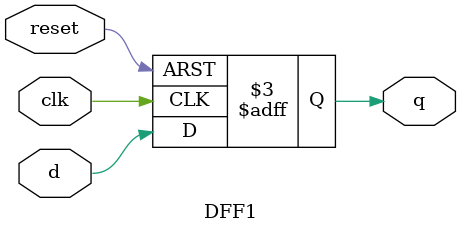
<source format=v>
module DFF1(
  input clk,
  input reset,
  input d,
  output reg q
);

always@(posedge clk or negedge reset)
  if(!reset)
    q <= 0; //Òì²½Çå 0£¬µÍµçÆ½ÓÐÐ§
  else
    q <= d;

endmodule

</source>
